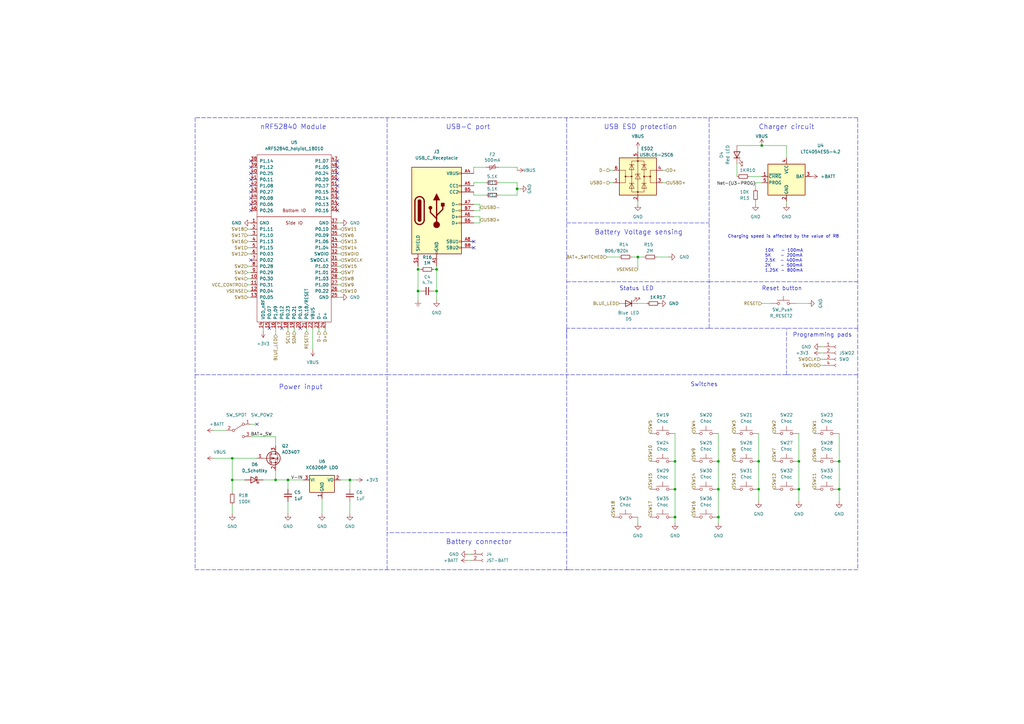
<source format=kicad_sch>
(kicad_sch (version 20230121) (generator eeschema)
  (paper "A3")
  (lib_symbols
    (symbol "Battery_Management:LTC4054ES5-4.2" (pin_names (offset 0.254))
      (property "Reference" "U" (at -5.842 6.604 0))
      (property "Value" "LTC4054ES5-4.2" (at 1.524 6.604 0))
      (symbol "LTC4054ES5-4.2_1_1"
        (pin open_collector line (at -10.16 0 0) (length 2.54) (name "~{CHRG}") (number "1"))
        (pin power_in line (at 0 -10.16 90) (length 2.54) (name "GND") (number "2"))
        (pin power_out line (at 10.16 0 180) (length 2.54) (name "BAT") (number "3"))
        (pin power_in line (at 0 7.62 270) (length 2.54) (name "VCC") (number "4"))
        (pin bidirectional line (at -10.16 -2.54 0) (length 2.54) (name "PROG") (number "5"))
      )
    )
    (symbol "Connector:Conn_01x02_Female" (pin_names (offset 1.016) hide)
      (property "Reference" "J" (at 0 2.54 0))
      (property "Value" "Conn_01x02_Female" (at 0 -5.08 0))
      (symbol "Conn_01x02_Female_1_1"
        (pin passive line (at -5.08 0 0) (length 3.81) (name "Pin_1") (number "1"))
        (pin passive line (at -5.08 -2.54 0) (length 3.81) (name "Pin_2") (number "2"))
      )
    )
    (symbol "Connector:Conn_01x04_Female" (pin_names (offset 1.016) hide)
      (property "Reference" "J" (at 0 5.08 0))
      (property "Value" "Conn_01x04_Female" (at 0 -7.62 0))
      (symbol "Conn_01x04_Female_1_1"
        (pin passive line (at -5.08 2.54 0) (length 3.81) (name "Pin_1") (number "1"))
        (pin passive line (at -5.08 0 0) (length 3.81) (name "Pin_2") (number "2"))
        (pin passive line (at -5.08 -2.54 0) (length 3.81) (name "Pin_3") (number "3"))
        (pin passive line (at -5.08 -5.08 0) (length 3.81) (name "Pin_4") (number "4"))
      )
    )
    (symbol "Connector:USB_C_Receptacle_USB2.0" (pin_names (offset 1.016))
      (property "Reference" "J" (at -10.16 19.05 0))
      (property "Value" "USB_C_Receptacle_USB2.0" (at 19.05 19.05 0))
      (symbol "USB_C_Receptacle_USB2.0_1_1"
        (pin passive line (at 0 -22.86 90) (length 5.08) (name "GND") (number "A1"))
        (pin passive line (at 0 -22.86 90) (length 5.08) hide (name "GND") (number "A12"))
        (pin passive line (at 15.24 15.24 180) (length 5.08) (name "VBUS") (number "A4"))
        (pin bidirectional line (at 15.24 10.16 180) (length 5.08) (name "CC1") (number "A5"))
        (pin bidirectional line (at 15.24 -2.54 180) (length 5.08) (name "D+") (number "A6"))
        (pin bidirectional line (at 15.24 2.54 180) (length 5.08) (name "D-") (number "A7"))
        (pin bidirectional line (at 15.24 -12.7 180) (length 5.08) (name "SBU1") (number "A8"))
        (pin passive line (at 15.24 15.24 180) (length 5.08) hide (name "VBUS") (number "A9"))
        (pin passive line (at 0 -22.86 90) (length 5.08) hide (name "GND") (number "B1"))
        (pin passive line (at 0 -22.86 90) (length 5.08) hide (name "GND") (number "B12"))
        (pin passive line (at 15.24 15.24 180) (length 5.08) hide (name "VBUS") (number "B4"))
        (pin bidirectional line (at 15.24 7.62 180) (length 5.08) (name "CC2") (number "B5"))
        (pin bidirectional line (at 15.24 -5.08 180) (length 5.08) (name "D+") (number "B6"))
        (pin bidirectional line (at 15.24 0 180) (length 5.08) (name "D-") (number "B7"))
        (pin bidirectional line (at 15.24 -15.24 180) (length 5.08) (name "SBU2") (number "B8"))
        (pin passive line (at 15.24 15.24 180) (length 5.08) hide (name "VBUS") (number "B9"))
        (pin passive line (at -7.62 -22.86 90) (length 5.08) (name "SHIELD") (number "S1"))
      )
    )
    (symbol "Device:C_Small" (pin_numbers hide) (pin_names (offset 0.254) hide)
      (property "Reference" "C" (at 0.254 1.778 0))
      (property "Value" "C_Small" (at 0.254 -2.032 0))
      (symbol "C_Small_1_1"
        (pin passive line (at 0 2.54 270) (length 2.032) (name "~") (number "1"))
        (pin passive line (at 0 -2.54 90) (length 2.032) (name "~") (number "2"))
      )
    )
    (symbol "Device:D_Schottky" (pin_numbers hide) (pin_names (offset 1.016) hide)
      (property "Reference" "D" (at 0 2.54 0))
      (property "Value" "D_Schottky" (at 0 -2.54 0))
      (symbol "D_Schottky_1_1"
        (pin passive line (at -3.81 0 0) (length 2.54) (name "K") (number "1"))
        (pin passive line (at 3.81 0 180) (length 2.54) (name "A") (number "2"))
      )
    )
    (symbol "Device:LED" (pin_numbers hide) (pin_names (offset 1.016) hide)
      (property "Reference" "D" (at 0 2.54 0))
      (property "Value" "LED" (at 0 -2.54 0))
      (symbol "LED_1_1"
        (pin passive line (at -3.81 0 0) (length 2.54) (name "K") (number "1"))
        (pin passive line (at 3.81 0 180) (length 2.54) (name "A") (number "2"))
      )
    )
    (symbol "Device:Polyfuse_Small" (pin_numbers hide) (pin_names (offset 0))
      (property "Reference" "F" (at -1.905 0 90))
      (property "Value" "Polyfuse_Small" (at 1.905 0 90))
      (symbol "Polyfuse_Small_1_1"
        (pin passive line (at 0 2.54 270) (length 0.635) (name "~") (number "1"))
        (pin passive line (at 0 -2.54 90) (length 0.635) (name "~") (number "2"))
      )
    )
    (symbol "Device:R_Small" (pin_numbers hide) (pin_names (offset 0.254) hide)
      (property "Reference" "R" (at 0.762 0.508 0))
      (property "Value" "R_Small" (at 0.762 -1.016 0))
      (symbol "R_Small_1_1"
        (pin passive line (at 0 2.54 270) (length 0.762) (name "~") (number "1"))
        (pin passive line (at 0 -2.54 90) (length 0.762) (name "~") (number "2"))
      )
    )
    (symbol "Power_Protection:USBLC6-2SC6" (pin_names hide)
      (property "Reference" "U" (at 2.54 8.89 0))
      (property "Value" "USBLC6-2SC6" (at 2.54 -8.89 0))
      (symbol "USBLC6-2SC6_1_1"
        (pin passive line (at -10.16 -2.54 0) (length 2.54) (name "I/O1") (number "1"))
        (pin passive line (at 0 -10.16 90) (length 2.54) (name "GND") (number "2"))
        (pin passive line (at 10.16 -2.54 180) (length 2.54) (name "I/O2") (number "3"))
        (pin passive line (at 10.16 2.54 180) (length 2.54) (name "I/O2") (number "4"))
        (pin passive line (at 0 10.16 270) (length 2.54) (name "VBUS") (number "5"))
        (pin passive line (at -10.16 2.54 0) (length 2.54) (name "I/O1") (number "6"))
      )
    )
    (symbol "Switch:SW_Push" (pin_numbers hide) (pin_names (offset 1.016) hide)
      (property "Reference" "SW" (at 1.27 2.54 0))
      (property "Value" "SW_Push" (at 0 -1.524 0))
      (symbol "SW_Push_0_1"
        (pin passive line (at -5.08 0 0) (length 2.54) (name "1") (number "1"))
        (pin passive line (at 5.08 0 180) (length 2.54) (name "2") (number "2"))
      )
    )
    (symbol "Switch:SW_SPDT" (pin_names (offset 0) hide)
      (property "Reference" "SW" (at 0 4.318 0))
      (property "Value" "SW_SPDT" (at 0 -5.08 0))
      (symbol "SW_SPDT_1_1"
        (pin passive line (at 5.08 2.54 180) (length 2.54) (name "A") (number "1"))
        (pin passive line (at -5.08 0 0) (length 2.54) (name "B") (number "2"))
        (pin passive line (at 5.08 -2.54 180) (length 2.54) (name "C") (number "3"))
      )
    )
    (symbol "Transistor_FET:AO3401A" (pin_names hide)
      (property "Reference" "Q" (at 5.08 1.905 0))
      (property "Value" "AO3401A" (at 5.08 0 0))
      (symbol "AO3401A_1_1"
        (pin input line (at -5.08 0 0) (length 2.54) (name "G") (number "1"))
        (pin passive line (at 2.54 -5.08 90) (length 2.54) (name "S") (number "2"))
        (pin passive line (at 2.54 5.08 270) (length 2.54) (name "D") (number "3"))
      )
    )
    (symbol "kicad-keyboard-parts:XC6206PxxxMR-Regulator_Linear" (pin_names (offset 0.254))
      (property "Reference" "U" (at -3.81 3.175 0))
      (property "Value" "XC6206PxxxMR-Regulator_Linear" (at 0 3.175 0))
      (property "LCSC" "C5446" (at 0 0 0))
      (symbol "XC6206PxxxMR-Regulator_Linear_1_1"
        (pin power_in line (at 0 -7.62 90) (length 2.54) (name "GND") (number "1"))
        (pin power_out line (at 7.62 0 180) (length 2.54) (name "VO") (number "2"))
        (pin power_in line (at -7.62 0 0) (length 2.54) (name "VI") (number "3"))
      )
    )
    (symbol "kicad-keyboard-parts:nRF52840_holyiot_18010" (pin_names (offset 1.016))
      (property "Reference" "U" (at -2.54 39.37 0))
      (property "Value" "nRF52840_holyiot_18010" (at 0 36.83 0))
      (symbol "nRF52840_holyiot_18010_0_0"
        (text "Bottom IO" (at 0 11.43 0) (effects (font (size 1.27 1.27))))
        (text "Side IO" (at 0 6.35 0) (effects (font (size 1.27 1.27))))
      )
      (symbol "nRF52840_holyiot_18010_1_1"
        (pin power_in line (at -17.78 6.35 0) (length 2.54) (name "GND") (number "1"))
        (pin bidirectional line (at -17.78 -16.51 0) (length 2.54) (name "P0.30") (number "10"))
        (pin bidirectional line (at -17.78 -19.05 0) (length 2.54) (name "P0.31") (number "11"))
        (pin bidirectional line (at -17.78 -21.59 0) (length 2.54) (name "P0.04") (number "12"))
        (pin bidirectional line (at -17.78 -24.13 0) (length 2.54) (name "P0.05") (number "13"))
        (pin power_in line (at -12.7 -36.83 90) (length 2.54) (name "VDD_nRF") (number "14"))
        (pin bidirectional line (at -10.16 -36.83 90) (length 2.54) (name "P0.07") (number "15"))
        (pin bidirectional line (at -7.62 -36.83 90) (length 2.54) (name "P1.09") (number "16"))
        (pin bidirectional line (at -5.08 -36.83 90) (length 2.54) (name "P0.12") (number "17"))
        (pin bidirectional line (at -2.54 -36.83 90) (length 2.54) (name "P0.23") (number "18"))
        (pin bidirectional line (at 0 -36.83 90) (length 2.54) (name "P0.21") (number "19"))
        (pin bidirectional line (at -17.78 3.81 0) (length 2.54) (name "P1.11") (number "2"))
        (pin bidirectional line (at 2.54 -36.83 90) (length 2.54) (name "P0.19") (number "20"))
        (pin input line (at 5.08 -36.83 90) (length 2.54) (name "P0.18/RESET") (number "21"))
        (pin power_in line (at 7.62 -36.83 90) (length 2.54) (name "VBUS") (number "22"))
        (pin bidirectional line (at 10.16 -36.83 90) (length 2.54) (name "D-") (number "23"))
        (pin bidirectional line (at 12.7 -36.83 90) (length 2.54) (name "D+") (number "24"))
        (pin power_in line (at 17.78 -24.13 180) (length 2.54) (name "GND") (number "25"))
        (pin bidirectional line (at 17.78 -21.59 180) (length 2.54) (name "P0.22") (number "26"))
        (pin bidirectional line (at 17.78 -19.05 180) (length 2.54) (name "P1.00") (number "27"))
        (pin bidirectional line (at 17.78 -16.51 180) (length 2.54) (name "P1.03") (number "28"))
        (pin bidirectional line (at 17.78 -13.97 180) (length 2.54) (name "P1.01") (number "29"))
        (pin bidirectional line (at -17.78 1.27 0) (length 2.54) (name "P1.10") (number "3"))
        (pin bidirectional line (at 17.78 -11.43 180) (length 2.54) (name "P1.02") (number "30"))
        (pin bidirectional line (at 17.78 -8.89 180) (length 2.54) (name "SWDCLK") (number "31"))
        (pin bidirectional line (at 17.78 -6.35 180) (length 2.54) (name "SWDIO") (number "32"))
        (pin bidirectional line (at 17.78 -3.81 180) (length 2.54) (name "P1.04") (number "33"))
        (pin bidirectional line (at 17.78 -1.27 180) (length 2.54) (name "P1.06") (number "34"))
        (pin bidirectional line (at 17.78 1.27 180) (length 2.54) (name "P0.09") (number "35"))
        (pin bidirectional line (at 17.78 3.81 180) (length 2.54) (name "P0.10") (number "36"))
        (pin power_in line (at 17.78 6.35 180) (length 2.54) (name "GND") (number "37"))
        (pin bidirectional line (at -17.78 31.75 0) (length 2.54) (name "P1.14") (number "38"))
        (pin bidirectional line (at -17.78 29.21 0) (length 2.54) (name "P1.12") (number "39"))
        (pin bidirectional line (at -17.78 -1.27 0) (length 2.54) (name "P1.13") (number "4"))
        (pin bidirectional line (at -17.78 26.67 0) (length 2.54) (name "P0.25") (number "40"))
        (pin bidirectional line (at -17.78 24.13 0) (length 2.54) (name "P0.11") (number "41"))
        (pin bidirectional line (at -17.78 21.59 0) (length 2.54) (name "P1.08") (number "42"))
        (pin bidirectional line (at -17.78 19.05 0) (length 2.54) (name "P0.27") (number "43"))
        (pin bidirectional line (at -17.78 16.51 0) (length 2.54) (name "P0.08") (number "44"))
        (pin bidirectional line (at -17.78 13.97 0) (length 2.54) (name "P0.06") (number "45"))
        (pin bidirectional line (at -17.78 11.43 0) (length 2.54) (name "P0.26") (number "46"))
        (pin bidirectional line (at 17.78 31.75 180) (length 2.54) (name "P1.07") (number "47"))
        (pin bidirectional line (at 17.78 29.21 180) (length 2.54) (name "P1.05") (number "48"))
        (pin bidirectional line (at 17.78 26.67 180) (length 2.54) (name "P0.24") (number "49"))
        (pin bidirectional line (at -17.78 -3.81 0) (length 2.54) (name "P1.15") (number "5"))
        (pin bidirectional line (at 17.78 24.13 180) (length 2.54) (name "P0.20") (number "50"))
        (pin bidirectional line (at 17.78 21.59 180) (length 2.54) (name "P0.17") (number "51"))
        (pin bidirectional line (at 17.78 19.05 180) (length 2.54) (name "P0.15") (number "52"))
        (pin bidirectional line (at 17.78 16.51 180) (length 2.54) (name "P0.14") (number "53"))
        (pin bidirectional line (at 17.78 13.97 180) (length 2.54) (name "P0.13") (number "54"))
        (pin bidirectional line (at 17.78 11.43 180) (length 2.54) (name "P0.16") (number "55"))
        (pin bidirectional line (at -17.78 -6.35 0) (length 2.54) (name "P0.03") (number "6"))
        (pin bidirectional line (at -17.78 -8.89 0) (length 2.54) (name "P0.02") (number "7"))
        (pin bidirectional line (at -17.78 -11.43 0) (length 2.54) (name "P0.28") (number "8"))
        (pin bidirectional line (at -17.78 -13.97 0) (length 2.54) (name "P0.29") (number "9"))
      )
    )
    (symbol "power:+3.3V" (power) (pin_names (offset 0))
      (property "Value" "+3.3V" (at 0 3.556 0))
      (symbol "+3.3V_1_1"
        (pin power_in line (at 0 0 90) (length 0) hide (name "+3V3") (number "1"))
      )
    )
    (symbol "power:+BATT" (power) (pin_names (offset 0))
      (property "Value" "+BATT" (at 0 3.556 0))
      (symbol "+BATT_1_1"
        (pin power_in line (at 0 0 90) (length 0) hide (name "+BATT") (number "1"))
      )
    )
    (symbol "power:Earth" (power) (pin_names (offset 0))
      (symbol "Earth_1_1"
        (pin power_in line (at 0 0 270) (length 0) hide (name "Earth") (number "1"))
      )
    )
    (symbol "power:GND" (power) (pin_names (offset 0))
      (property "Value" "GND" (at 0 -3.81 0))
      (symbol "GND_1_1"
        (pin power_in line (at 0 0 270) (length 0) hide (name "GND") (number "1"))
      )
    )
    (symbol "power:VBUS" (power) (pin_names (offset 0))
      (property "Value" "VBUS" (at 0 3.81 0))
      (symbol "VBUS_1_1"
        (pin power_in line (at 0 0 90) (length 0) hide (name "VBUS") (number "1"))
      )
    )
  )
  (junction (at 294.64 189.23))
  (junction (at 113.03 196.85))
  (junction (at 344.17 189.23))
  (junction (at 171.45 110.49))
  (junction (at 276.86 189.23))
  (junction (at 276.86 200.66))
  (junction (at 311.15 200.66))
  (junction (at 276.86 212.09))
  (junction (at 118.11 196.85))
  (junction (at 261.62 105.41))
  (junction (at 143.51 196.85))
  (junction (at 179.07 119.38))
  (junction (at 344.17 200.66))
  (junction (at 179.07 110.49))
  (junction (at 311.15 189.23))
  (junction (at 95.25 196.85))
  (junction (at 212.09 77.47))
  (junction (at 294.64 212.09))
  (junction (at 312.42 59.69))
  (junction (at 327.66 200.66))
  (junction (at 95.25 187.96))
  (junction (at 294.64 200.66))
  (junction (at 327.66 189.23))
  (junction (at 171.45 119.38))
  (no_connect (at 102.87 71.12))
  (no_connect (at 102.87 106.68))
  (no_connect (at 102.87 73.66))
  (no_connect (at 102.87 83.82))
  (no_connect (at 194.31 99.06))
  (no_connect (at 105.41 173.99))
  (no_connect (at 102.87 81.28))
  (no_connect (at 102.87 68.58))
  (no_connect (at 138.43 73.66))
  (no_connect (at 138.43 66.04))
  (no_connect (at 138.43 71.12))
  (no_connect (at 194.31 101.6))
  (no_connect (at 138.43 83.82))
  (no_connect (at 110.49 134.62))
  (no_connect (at 138.43 68.58))
  (no_connect (at 138.43 86.36))
  (no_connect (at 138.43 81.28))
  (no_connect (at 123.19 134.62))
  (no_connect (at 102.87 86.36))
  (no_connect (at 102.87 66.04))
  (no_connect (at 138.43 78.74))
  (no_connect (at 138.43 76.2))
  (no_connect (at 102.87 78.74))
  (no_connect (at 102.87 76.2))
  (no_connect (at 115.57 134.62))
  (polyline (pts (xy 80.01 48.26) (xy 80.01 153.67)) (stroke (width 0) (type dash)))
  (wire (pts (xy 309.88 74.93) (xy 309.88 77.47)))
  (wire (pts (xy 101.6 121.92) (xy 102.87 121.92)))
  (wire (pts (xy 269.24 105.41) (xy 274.32 105.41)))
  (wire (pts (xy 101.6 101.6) (xy 102.87 101.6)))
  (wire (pts (xy 311.15 200.66) (xy 311.15 205.74)))
  (wire (pts (xy 139.7 106.68) (xy 138.43 106.68)))
  (polyline (pts (xy 351.79 153.67) (xy 322.58 153.67)) (stroke (width 0) (type dash)))
  (wire (pts (xy 273.05 74.93) (xy 271.78 74.93)))
  (wire (pts (xy 139.7 96.52) (xy 138.43 96.52)))
  (polyline (pts (xy 158.75 233.68) (xy 158.75 153.67)) (stroke (width 0) (type dash)))
  (wire (pts (xy 118.11 196.85) (xy 124.46 196.85)))
  (wire (pts (xy 95.25 210.82) (xy 95.25 207.01)))
  (wire (pts (xy 101.6 116.84) (xy 102.87 116.84)))
  (polyline (pts (xy 158.75 153.67) (xy 232.41 153.67)) (stroke (width 0) (type dash)))
  (wire (pts (xy 194.31 83.82) (xy 196.85 83.82)))
  (wire (pts (xy 179.07 119.38) (xy 179.07 110.49)))
  (polyline (pts (xy 322.58 153.67) (xy 322.58 134.62)) (stroke (width 0) (type dash)))
  (wire (pts (xy 95.25 196.85) (xy 100.33 196.85)))
  (wire (pts (xy 196.85 88.9) (xy 196.85 91.44)))
  (wire (pts (xy 139.7 93.98) (xy 138.43 93.98)))
  (wire (pts (xy 199.39 74.93) (xy 194.31 74.93)))
  (wire (pts (xy 294.64 177.8) (xy 294.64 189.23)))
  (wire (pts (xy 311.15 189.23) (xy 311.15 200.66)))
  (wire (pts (xy 261.62 83.82) (xy 261.62 82.55)))
  (wire (pts (xy 294.64 200.66) (xy 294.64 212.09)))
  (wire (pts (xy 322.58 83.82) (xy 322.58 82.55)))
  (wire (pts (xy 191.77 229.87) (xy 193.04 229.87)))
  (wire (pts (xy 171.45 110.49) (xy 172.72 110.49)))
  (wire (pts (xy 171.45 110.49) (xy 171.45 109.22)))
  (wire (pts (xy 139.7 111.76) (xy 138.43 111.76)))
  (wire (pts (xy 196.85 83.82) (xy 196.85 86.36)))
  (polyline (pts (xy 351.79 134.62) (xy 351.79 48.26)) (stroke (width 0) (type dash)))
  (wire (pts (xy 179.07 110.49) (xy 179.07 109.22)))
  (wire (pts (xy 194.31 74.93) (xy 194.31 76.2)))
  (wire (pts (xy 101.6 104.14) (xy 102.87 104.14)))
  (wire (pts (xy 194.31 86.36) (xy 196.85 86.36)))
  (wire (pts (xy 101.6 114.3) (xy 102.87 114.3)))
  (wire (pts (xy 113.03 134.62) (xy 113.03 137.16)))
  (wire (pts (xy 327.66 200.66) (xy 327.66 205.74)))
  (wire (pts (xy 261.62 214.63) (xy 261.62 212.09)))
  (polyline (pts (xy 322.58 153.67) (xy 232.41 153.67)) (stroke (width 0) (type dash)))
  (wire (pts (xy 194.31 91.44) (xy 196.85 91.44)))
  (wire (pts (xy 101.6 96.52) (xy 102.87 96.52)))
  (wire (pts (xy 128.27 134.62) (xy 128.27 143.51)))
  (wire (pts (xy 139.7 119.38) (xy 138.43 119.38)))
  (polyline (pts (xy 232.41 115.57) (xy 290.83 115.57)) (stroke (width 0) (type dash)))
  (wire (pts (xy 139.7 104.14) (xy 138.43 104.14)))
  (wire (pts (xy 101.6 111.76) (xy 102.87 111.76)))
  (wire (pts (xy 113.03 182.88) (xy 113.03 179.07)))
  (polyline (pts (xy 232.41 233.68) (xy 232.41 233.68)) (stroke (width 0) (type dash)))
  (wire (pts (xy 143.51 196.85) (xy 143.51 200.66)))
  (polyline (pts (xy 351.79 48.26) (xy 80.01 48.26)) (stroke (width 0) (type dash)))
  (wire (pts (xy 261.62 124.46) (xy 265.43 124.46)))
  (wire (pts (xy 326.39 124.46) (xy 331.47 124.46)))
  (wire (pts (xy 139.7 116.84) (xy 138.43 116.84)))
  (wire (pts (xy 261.62 105.41) (xy 264.16 105.41)))
  (polyline (pts (xy 290.83 115.57) (xy 351.79 115.57)) (stroke (width 0) (type dash)))
  (wire (pts (xy 336.55 144.78) (xy 337.82 144.78)))
  (wire (pts (xy 212.09 80.01) (xy 204.47 80.01)))
  (wire (pts (xy 212.09 74.93) (xy 204.47 74.93)))
  (wire (pts (xy 307.34 72.39) (xy 312.42 72.39)))
  (wire (pts (xy 327.66 177.8) (xy 327.66 189.23)))
  (wire (pts (xy 336.55 147.32) (xy 337.82 147.32)))
  (wire (pts (xy 95.25 187.96) (xy 105.41 187.96)))
  (polyline (pts (xy 351.79 153.67) (xy 351.79 233.68)) (stroke (width 0) (type dash)))
  (wire (pts (xy 250.19 74.93) (xy 251.46 74.93)))
  (wire (pts (xy 177.8 119.38) (xy 179.07 119.38)))
  (wire (pts (xy 107.95 196.85) (xy 113.03 196.85)))
  (wire (pts (xy 312.42 59.69) (xy 322.58 59.69)))
  (polyline (pts (xy 80.01 153.67) (xy 80.01 233.68)) (stroke (width 0) (type dash)))
  (wire (pts (xy 171.45 119.38) (xy 172.72 119.38)))
  (wire (pts (xy 92.71 176.53) (xy 87.63 176.53)))
  (polyline (pts (xy 351.79 134.62) (xy 351.79 153.67)) (stroke (width 0) (type dash)))
  (wire (pts (xy 133.35 135.89) (xy 133.35 134.62)))
  (wire (pts (xy 276.86 200.66) (xy 276.86 212.09)))
  (polyline (pts (xy 232.41 218.44) (xy 158.75 218.44)) (stroke (width 0) (type dash)))
  (polyline (pts (xy 232.41 91.44) (xy 290.83 91.44)) (stroke (width 0) (type dash)))
  (polyline (pts (xy 351.79 233.68) (xy 158.75 233.68)) (stroke (width 0) (type dash)))
  (wire (pts (xy 101.6 99.06) (xy 102.87 99.06)))
  (wire (pts (xy 276.86 212.09) (xy 276.86 214.63)))
  (wire (pts (xy 139.7 91.44) (xy 138.43 91.44)))
  (wire (pts (xy 194.31 80.01) (xy 194.31 78.74)))
  (wire (pts (xy 194.31 88.9) (xy 196.85 88.9)))
  (polyline (pts (xy 80.01 233.68) (xy 158.75 233.68)) (stroke (width 0) (type dash)))
  (wire (pts (xy 139.7 99.06) (xy 138.43 99.06)))
  (polyline (pts (xy 232.41 153.67) (xy 232.41 218.44)) (stroke (width 0) (type dash)))
  (wire (pts (xy 177.8 110.49) (xy 179.07 110.49)))
  (wire (pts (xy 102.87 179.07) (xy 113.03 179.07)))
  (wire (pts (xy 250.19 69.85) (xy 251.46 69.85)))
  (wire (pts (xy 312.42 124.46) (xy 316.23 124.46)))
  (wire (pts (xy 312.42 74.93) (xy 309.88 74.93)))
  (wire (pts (xy 120.65 135.89) (xy 120.65 134.62)))
  (wire (pts (xy 344.17 177.8) (xy 344.17 189.23)))
  (wire (pts (xy 336.55 142.24) (xy 337.82 142.24)))
  (wire (pts (xy 302.26 67.31) (xy 302.26 72.39)))
  (wire (pts (xy 118.11 196.85) (xy 118.11 200.66)))
  (wire (pts (xy 322.58 59.69) (xy 322.58 64.77)))
  (wire (pts (xy 107.95 135.89) (xy 107.95 134.62)))
  (wire (pts (xy 212.09 77.47) (xy 212.09 80.01)))
  (wire (pts (xy 294.64 189.23) (xy 294.64 200.66)))
  (wire (pts (xy 179.07 123.19) (xy 179.07 119.38)))
  (wire (pts (xy 259.08 105.41) (xy 261.62 105.41)))
  (wire (pts (xy 212.09 68.58) (xy 212.09 69.85)))
  (wire (pts (xy 95.25 187.96) (xy 95.25 196.85)))
  (wire (pts (xy 327.66 189.23) (xy 327.66 200.66)))
  (wire (pts (xy 139.7 109.22) (xy 138.43 109.22)))
  (wire (pts (xy 143.51 205.74) (xy 143.51 210.82)))
  (polyline (pts (xy 232.41 233.68) (xy 233.68 233.68)) (stroke (width 0) (type dash)))
  (wire (pts (xy 132.08 204.47) (xy 132.08 210.82)))
  (wire (pts (xy 294.64 212.09) (xy 294.64 214.63)))
  (wire (pts (xy 95.25 196.85) (xy 95.25 201.93)))
  (polyline (pts (xy 232.41 218.44) (xy 232.41 233.68)) (stroke (width 0) (type dash)))
  (wire (pts (xy 191.77 227.33) (xy 193.04 227.33)))
  (wire (pts (xy 130.81 135.89) (xy 130.81 134.62)))
  (wire (pts (xy 139.7 196.85) (xy 143.51 196.85)))
  (wire (pts (xy 139.7 121.92) (xy 138.43 121.92)))
  (wire (pts (xy 194.31 71.12) (xy 194.31 68.58)))
  (wire (pts (xy 273.05 69.85) (xy 271.78 69.85)))
  (wire (pts (xy 248.92 105.41) (xy 254 105.41)))
  (wire (pts (xy 113.03 193.04) (xy 113.03 196.85)))
  (wire (pts (xy 261.62 105.41) (xy 261.62 110.49)))
  (wire (pts (xy 212.09 68.58) (xy 204.47 68.58)))
  (polyline (pts (xy 290.83 48.26) (xy 290.83 134.62)) (stroke (width 0) (type dash)))
  (wire (pts (xy 113.03 196.85) (xy 118.11 196.85)))
  (polyline (pts (xy 232.41 48.26) (xy 232.41 153.67)) (stroke (width 0) (type dash)))
  (wire (pts (xy 118.11 135.89) (xy 118.11 134.62)))
  (wire (pts (xy 336.55 149.86) (xy 337.82 149.86)))
  (wire (pts (xy 102.87 173.99) (xy 105.41 173.99)))
  (wire (pts (xy 139.7 114.3) (xy 138.43 114.3)))
  (wire (pts (xy 194.31 80.01) (xy 199.39 80.01)))
  (wire (pts (xy 143.51 196.85) (xy 146.05 196.85)))
  (wire (pts (xy 212.09 77.47) (xy 213.36 77.47)))
  (wire (pts (xy 311.15 177.8) (xy 311.15 189.23)))
  (wire (pts (xy 118.11 205.74) (xy 118.11 210.82)))
  (wire (pts (xy 139.7 101.6) (xy 138.43 101.6)))
  (polyline (pts (xy 80.01 153.67) (xy 158.75 153.67)) (stroke (width 0) (type dash)))
  (wire (pts (xy 101.6 93.98) (xy 102.87 93.98)))
  (wire (pts (xy 261.62 60.96) (xy 261.62 62.23)))
  (polyline (pts (xy 290.83 134.62) (xy 232.41 134.62)) (stroke (width 0) (type dash)))
  (polyline (pts (xy 290.83 134.62) (xy 351.79 134.62)) (stroke (width 0) (type dash)))
  (wire (pts (xy 171.45 110.49) (xy 171.45 119.38)))
  (wire (pts (xy 344.17 200.66) (xy 344.17 205.74)))
  (wire (pts (xy 276.86 189.23) (xy 276.86 200.66)))
  (wire (pts (xy 276.86 177.8) (xy 276.86 189.23)))
  (wire (pts (xy 87.63 187.96) (xy 95.25 187.96)))
  (wire (pts (xy 302.26 59.69) (xy 312.42 59.69)))
  (wire (pts (xy 194.31 68.58) (xy 199.39 68.58)))
  (wire (pts (xy 101.6 119.38) (xy 102.87 119.38)))
  (polyline (pts (xy 158.75 48.26) (xy 158.75 153.67)) (stroke (width 0) (type dash)))
  (wire (pts (xy 125.73 135.89) (xy 125.73 134.62)))
  (wire (pts (xy 212.09 74.93) (xy 212.09 77.47)))
  (wire (pts (xy 101.6 109.22) (xy 102.87 109.22)))
  (polyline (pts (xy 232.41 134.62) (xy 232.41 138.43)) (stroke (width 0) (type dash)))
  (wire (pts (xy 344.17 189.23) (xy 344.17 200.66)))
  (wire (pts (xy 171.45 123.19) (xy 171.45 119.38)))
  (wire (pts (xy 309.88 82.55) (xy 309.88 83.82)))
  (text "Charging speed is affected by the value of R8" (at 298.45 97.79 0) (effects (font (size 1.27 1.27)) (justify left bottom)))
  (text "Programming pads" (at 325.12 138.43 0) (effects (font (size 1.7 1.7)) (justify left bottom)))
  (text "Battery Voltage sensing" (at 243.84 96.52 0) (effects (font (size 2 2)) (justify left bottom)))
  (text "Status LED" (at 254 119.38 0) (effects (font (size 1.7 1.7)) (justify left bottom)))
  (text "10K   - 100mA\n5K    - 200mA\n2.5K  - 400mA\n2K    - 500mA\n1.25K - 800mA" (at 313.69 111.76 0) (effects (font (size 1.27 1.27)) (justify left bottom)))
  (text "Power input" (at 114.3 160.02 0) (effects (font (size 2 2)) (justify left bottom)))
  (text "Switches" (at 283.21 158.75 0) (effects (font (size 1.7 1.7)) (justify left bottom)))
  (text "USB-C port" (at 182.88 53.34 0) (effects (font (size 2 2)) (justify left bottom)))
  (text "Reset button" (at 312.42 119.38 0) (effects (font (size 1.7 1.7)) (justify left bottom)))
  (text "USB ESD protection" (at 247.65 53.34 0) (effects (font (size 2 2)) (justify left bottom)))
  (text "Charger circuit" (at 311.15 53.34 0) (effects (font (size 2 2)) (justify left bottom)))
  (text "nRF52840 Module" (at 106.68 53.34 0) (effects (font (size 2 2)) (justify left bottom)))
  (text "Battery connector" (at 182.88 223.52 0) (effects (font (size 2 2)) (justify left bottom)))
  (label "BAT+_SW" (at 102.87 179.07 0))
  (label "V-IN" (at 119.38 196.85 0))
  (label "Net-(U3-PROG)" (at 309.88 76.2 180))
  (hierarchical_label "SWDIO" (shape input) (at 336.55 149.86 180))
  (hierarchical_label "VSENSE" (shape input) (at 261.62 110.49 180))
  (hierarchical_label "USBD+" (shape input) (at 196.85 90.17 0))
  (hierarchical_label "USBD-" (shape input) (at 196.85 85.09 0))
  (hierarchical_label "SW3" (shape input) (at 101.6 111.76 180))
  (hierarchical_label "BLUE_LED" (shape input) (at 254 124.46 180))
  (hierarchical_label "SW7" (shape input) (at 139.7 111.76 0))
  (hierarchical_label "SW18" (shape input) (at 101.6 93.98 180))
  (hierarchical_label "SW5" (shape input) (at 101.6 121.92 180))
  (hierarchical_label "SW5" (shape input) (at 266.7 177.8 90))
  (hierarchical_label "D+" (shape input) (at 273.05 69.85 0))
  (hierarchical_label "SW10" (shape input) (at 139.7 119.38 0))
  (hierarchical_label "SW9" (shape input) (at 284.48 189.23 90))
  (hierarchical_label "SW14" (shape input) (at 284.48 200.66 90))
  (hierarchical_label "SW16" (shape input) (at 101.6 99.06 180))
  (hierarchical_label "SW6" (shape input) (at 139.7 96.52 0))
  (hierarchical_label "RESET" (shape input) (at 312.42 124.46 180))
  (hierarchical_label "SWDCLK" (shape input) (at 336.55 147.32 180))
  (hierarchical_label "SW17" (shape input) (at 101.6 96.52 180))
  (hierarchical_label "SW15" (shape input) (at 266.7 200.66 90))
  (hierarchical_label "SW3" (shape input) (at 300.99 177.8 90))
  (hierarchical_label "SW8" (shape input) (at 139.7 114.3 0))
  (hierarchical_label "D-" (shape input) (at 130.81 135.89 270))
  (hierarchical_label "SW14" (shape input) (at 139.7 101.6 0))
  (hierarchical_label "SW7" (shape input) (at 317.5 189.23 90))
  (hierarchical_label "SW11" (shape input) (at 139.7 93.98 0))
  (hierarchical_label "VSENSE" (shape input) (at 101.6 119.38 180))
  (hierarchical_label "SW2" (shape input) (at 101.6 109.22 180))
  (hierarchical_label "SW13" (shape input) (at 300.99 200.66 90))
  (hierarchical_label "SW16" (shape input) (at 284.48 212.09 90))
  (hierarchical_label "SW15" (shape input) (at 139.7 109.22 0))
  (hierarchical_label "SW11" (shape input) (at 334.01 200.66 90))
  (hierarchical_label "SW17" (shape input) (at 266.7 212.09 90))
  (hierarchical_label "SW12" (shape input) (at 101.6 104.14 180))
  (hierarchical_label "SW12" (shape input) (at 317.5 200.66 90))
  (hierarchical_label "SDA" (shape input) (at 120.65 135.89 270))
  (hierarchical_label "SW1" (shape input) (at 101.6 101.6 180))
  (hierarchical_label "VCC_CONTROL" (shape input) (at 101.6 116.84 180))
  (hierarchical_label "SCL" (shape input) (at 118.11 135.89 270))
  (hierarchical_label "RESET" (shape input) (at 125.73 135.89 270))
  (hierarchical_label "SW4" (shape input) (at 284.48 177.8 90))
  (hierarchical_label "SW9" (shape input) (at 139.7 116.84 0))
  (hierarchical_label "SW4" (shape input) (at 101.6 114.3 180))
  (hierarchical_label "SW8" (shape input) (at 300.99 189.23 90))
  (hierarchical_label "SWDCLK" (shape input) (at 139.7 106.68 0))
  (hierarchical_label "SW1" (shape input) (at 334.01 177.8 90))
  (hierarchical_label "SW2" (shape input) (at 317.5 177.8 90))
  (hierarchical_label "D+" (shape input) (at 133.35 135.89 270))
  (hierarchical_label "SW13" (shape input) (at 139.7 99.06 0))
  (hierarchical_label "SW18" (shape input) (at 251.46 212.09 90))
  (hierarchical_label "BLUE_LED" (shape input) (at 113.03 137.16 270))
  (hierarchical_label "BAT+_SWITCHED" (shape input) (at 248.92 105.41 180))
  (hierarchical_label "D-" (shape input) (at 250.19 69.85 180))
  (hierarchical_label "SW6" (shape input) (at 334.01 189.23 90))
  (hierarchical_label "SW10" (shape input) (at 266.7 189.23 90))
  (hierarchical_label "USBD+" (shape input) (at 273.05 74.93 0))
  (hierarchical_label "USBD-" (shape input) (at 250.19 74.93 180))
  (hierarchical_label "SWDIO" (shape input) (at 139.7 104.14 0))
  (symbol (lib_id "Connector:Conn_01x02_Female") (at 198.12 227.33 0) (unit 1)
    (property "Reference" "J4" (at 199.39 227.3299 0) (effects (justify left)))
    (property "Value" "JST-BATT" (at 199.39 229.8699 0) (effects (justify left)))
    (property "Footprint" "carpo:Battery_connector" (effects hide))
  )
  (symbol (lib_id "power:GND") (at 344.17 205.74 0) (unit 1)
    (property "Reference" "#PWR061" (effects hide))
    (property "Value" "GND" (at 344.17 210.82 0))
  )
  (symbol (lib_id "Device:R_Small") (at 309.88 80.01 180) (unit 1)
    (property "Reference" "R13" (at 307.34 81.28 0) (effects (justify left)))
    (property "Value" "10K" (at 307.34 78.7401 0) (effects (justify left)))
    (property "Footprint" "Resistor_SMD:R_0603_1608Metric" (effects hide))
  )
  (symbol (lib_id "Device:C_Small") (at 175.26 119.38 270) (unit 1)
    (property "Reference" "C4" (at 175.26 113.5634 90))
    (property "Value" "4.7n" (at 175.26 115.8748 90))
    (property "Footprint" "Capacitor_SMD:C_0805_2012Metric" (effects hide))
  )
  (symbol (lib_id "Battery_Management:LTC4054ES5-4.2") (at 322.58 72.39 0) (unit 1)
    (property "Reference" "U4" (at 336.55 59.69 0))
    (property "Value" "LTC4054ES5-4.2" (at 336.55 62.23 0))
    (property "Footprint" "Package_TO_SOT_SMD:TSOT-23-5" (effects hide))
    (property "Datasheet" "https://www.analog.com/media/en/technical-documentation/data-sheets/405442xf.pdf" (effects hide))
  )
  (symbol (lib_id "kicad-keyboard-parts:XC6206PxxxMR-Regulator_Linear") (at 132.08 196.85 0) (unit 1)
    (property "Reference" "U6" (at 132.08 189.23 0))
    (property "Value" "XC6206P LDO" (at 132.08 191.77 0))
    (property "Footprint" "Package_TO_SOT_SMD:SOT-23" (effects hide))
    (property "Datasheet" "https://www.torexsemi.com/file/xc6206/XC6206.pdf" (effects hide))
    (property "LCSC" "C5446" (effects hide))
  )
  (symbol (lib_id "Device:R_Small") (at 201.93 80.01 90) (mirror x) (unit 1)
    (property "Reference" "R12" (at 201.93 80.01 90))
    (property "Value" "5.1K" (at 201.93 77.47 90))
    (property "Footprint" "Resistor_SMD:R_0603_1608Metric" (effects hide))
  )
  (symbol (lib_id "Switch:SW_Push") (at 289.56 189.23 0) (unit 1)
    (property "Reference" "SW25" (at 289.56 181.61 0))
    (property "Value" "Choc" (at 289.56 184.15 0))
    (property "Footprint" "carpo:SW_Hotswap_Kailh_Choc_V1" (effects hide))
  )
  (symbol (lib_id "power:GND") (at 331.47 124.46 90) (unit 1)
    (property "Reference" "#PWR051" (effects hide))
    (property "Value" "GND" (at 336.55 124.46 0))
  )
  (symbol (lib_id "Transistor_FET:AO3401A") (at 110.49 187.96 0) (unit 1)
    (property "Reference" "Q2" (at 115.57 182.88 0) (effects (justify left)))
    (property "Value" "AO3407" (at 115.57 185.42 0) (effects (justify left)))
    (property "Footprint" "Package_TO_SOT_SMD:SOT-23" (effects hide))
    (property "Datasheet" "http://www.aosmd.com/pdfs/datasheet/AO3401A.pdf" (effects hide))
  )
  (symbol (lib_id "Switch:SW_SPDT") (at 97.79 176.53 0) (unit 1)
    (property "Reference" "SW_POW2" (at 102.87 170.18 0) (effects (justify left)))
    (property "Value" "SW_SPDT" (at 92.71 170.18 0) (effects (justify left)))
    (property "Footprint" "Button_Switch_SMD:SW_SPDT_PCM12" (effects hide))
  )
  (symbol (lib_id "power:GND") (at 102.87 91.44 270) (unit 1)
    (property "Reference" "#PWR044" (effects hide))
    (property "Value" "GND" (at 99.06 91.4399 90) (effects (justify right)))
  )
  (symbol (lib_id "Switch:SW_Push") (at 271.78 212.09 0) (unit 1)
    (property "Reference" "SW35" (at 271.78 204.47 0))
    (property "Value" "Choc" (at 271.78 207.01 0))
    (property "Footprint" "carpo:SW_Hotswap_Kailh_Choc_V1" (effects hide))
  )
  (symbol (lib_id "power:+BATT") (at 332.74 72.39 270) (unit 1)
    (property "Reference" "#PWR039" (effects hide))
    (property "Value" "+BATT" (at 336.55 72.3899 90) (effects (justify left)))
  )
  (symbol (lib_id "power:VBUS") (at 312.42 59.69 0) (unit 1)
    (property "Reference" "#PWR036" (effects hide))
    (property "Value" "VBUS" (at 312.42 55.88 0))
  )
  (symbol (lib_id "power:GND") (at 294.64 214.63 0) (unit 1)
    (property "Reference" "#PWR068" (effects hide))
    (property "Value" "GND" (at 294.64 219.71 0))
  )
  (symbol (lib_id "Device:LED") (at 257.81 124.46 180) (unit 1)
    (property "Reference" "D5" (at 257.81 130.81 0))
    (property "Value" "Blue LED" (at 257.81 128.27 0))
    (property "Footprint" "LED_SMD:LED_0603_1608Metric" (effects hide))
  )
  (symbol (lib_id "Device:Polyfuse_Small") (at 201.93 68.58 270) (unit 1)
    (property "Reference" "F2" (at 201.93 63.373 90))
    (property "Value" "500mA" (at 201.93 65.6844 90))
    (property "Footprint" "Fuse:Fuse_1206_3216Metric" (effects hide))
    (property "LCSC" "C355568" (effects hide))
  )
  (symbol (lib_id "Switch:SW_Push") (at 289.56 212.09 0) (unit 1)
    (property "Reference" "SW36" (at 289.56 204.47 0))
    (property "Value" "Choc" (at 289.56 207.01 0))
    (property "Footprint" "carpo:SW_Hotswap_Kailh_Choc_V1_1.50u" (effects hide))
  )
  (symbol (lib_id "Device:D_Schottky") (at 104.14 196.85 180) (unit 1)
    (property "Reference" "D6" (at 104.4575 190.5 0))
    (property "Value" "D_Schottky" (at 104.4575 193.04 0))
    (property "Footprint" "Diode_SMD:D_SOD-323_HandSoldering" (effects hide))
  )
  (symbol (lib_id "power:GND") (at 276.86 214.63 0) (unit 1)
    (property "Reference" "#PWR067" (effects hide))
    (property "Value" "GND" (at 276.86 219.71 0))
  )
  (symbol (lib_id "power:GND") (at 179.07 123.19 0) (unit 1)
    (property "Reference" "#PWR049" (effects hide))
    (property "Value" "GND" (at 179.07 128.27 0))
  )
  (symbol (lib_id "Device:C_Small") (at 118.11 203.2 0) (unit 1)
    (property "Reference" "C5" (at 120.65 201.9362 0) (effects (justify left)))
    (property "Value" "1uF" (at 120.65 204.4762 0) (effects (justify left)))
    (property "Footprint" "Capacitor_SMD:C_0603_1608Metric" (effects hide))
  )
  (symbol (lib_id "power:GND") (at 336.55 142.24 270) (unit 1)
    (property "Reference" "#PWR053" (effects hide))
    (property "Value" "GND" (at 332.74 142.2399 90) (effects (justify right)))
  )
  (symbol (lib_id "power:GND") (at 274.32 105.41 90) (unit 1)
    (property "Reference" "#PWR046" (effects hide))
    (property "Value" "GND" (at 280.67 105.41 90))
  )
  (symbol (lib_id "power:+3.3V") (at 336.55 144.78 90) (unit 1)
    (property "Reference" "#PWR055" (effects hide))
    (property "Value" "+3.3V" (at 326.39 144.78 90) (effects (justify right)))
  )
  (symbol (lib_id "power:GND") (at 143.51 210.82 0) (unit 1)
    (property "Reference" "#PWR065" (effects hide))
    (property "Value" "GND" (at 143.51 215.9 0))
  )
  (symbol (lib_id "power:GND") (at 213.36 77.47 90) (unit 1)
    (property "Reference" "#PWR040" (effects hide))
    (property "Value" "GND" (at 217.17 77.47 0))
  )
  (symbol (lib_id "Switch:SW_Push") (at 271.78 200.66 0) (unit 1)
    (property "Reference" "SW29" (at 271.78 193.04 0))
    (property "Value" "Choc" (at 271.78 195.58 0))
    (property "Footprint" "carpo:SW_Hotswap_Kailh_Choc_V1" (effects hide))
  )
  (symbol (lib_id "Power_Protection:USBLC6-2SC6") (at 261.62 72.39 0) (unit 1)
    (property "Reference" "ESD2" (at 265.43 60.96 0))
    (property "Value" "USBLC6-2SC6" (at 269.24 63.5 0))
    (property "Footprint" "Package_TO_SOT_SMD:SOT-23-6" (effects hide))
    (property "Datasheet" "https://www.st.com/resource/en/datasheet/usblc6-2.pdf" (effects hide))
    (property "LCSC" "C558442" (effects hide))
  )
  (symbol (lib_id "Device:R_Small") (at 201.93 74.93 90) (unit 1)
    (property "Reference" "R11" (at 201.93 74.93 90))
    (property "Value" "5.1K" (at 201.93 72.39 90))
    (property "Footprint" "Resistor_SMD:R_0603_1608Metric" (effects hide))
  )
  (symbol (lib_id "Switch:SW_Push") (at 322.58 189.23 0) (unit 1)
    (property "Reference" "SW27" (at 322.58 181.61 0))
    (property "Value" "Choc" (at 322.58 184.15 0))
    (property "Footprint" "carpo:SW_Hotswap_Kailh_Choc_V1" (effects hide))
  )
  (symbol (lib_id "power:GND") (at 95.25 210.82 0) (unit 1)
    (property "Reference" "#PWR062" (effects hide))
    (property "Value" "GND" (at 95.25 215.9 0))
  )
  (symbol (lib_id "power:GND") (at 132.08 210.82 0) (unit 1)
    (property "Reference" "#PWR064" (effects hide))
    (property "Value" "GND" (at 132.08 215.9 0))
  )
  (symbol (lib_id "power:+BATT") (at 87.63 176.53 90) (unit 1)
    (property "Reference" "#PWR056" (effects hide))
    (property "Value" "+BATT" (at 88.9 173.99 90))
  )
  (symbol (lib_id "power:VBUS") (at 261.62 60.96 0) (unit 1)
    (property "Reference" "#PWR037" (effects hide))
    (property "Value" "VBUS" (at 261.62 55.88 0))
  )
  (symbol (lib_id "power:GND") (at 139.7 121.92 90) (unit 1)
    (property "Reference" "#PWR047" (effects hide))
    (property "Value" "GND" (at 143.51 121.9199 90) (effects (justify right)))
  )
  (symbol (lib_id "Device:LED") (at 302.26 63.5 90) (unit 1)
    (property "Reference" "D4" (at 295.91 63.5 0))
    (property "Value" "Red LED" (at 298.45 63.5 0))
    (property "Footprint" "LED_SMD:LED_0603_1608Metric" (effects hide))
  )
  (symbol (lib_id "power:GND") (at 311.15 205.74 0) (unit 1)
    (property "Reference" "#PWR059" (effects hide))
    (property "Value" "GND" (at 311.15 210.82 0))
  )
  (symbol (lib_id "power:GND") (at 261.62 83.82 0) (unit 1)
    (property "Reference" "#PWR041" (effects hide))
    (property "Value" "GND" (at 261.62 88.9 0))
  )
  (symbol (lib_id "power:GND") (at 139.7 91.44 90) (unit 1)
    (property "Reference" "#PWR045" (effects hide))
    (property "Value" "GND" (at 143.51 91.4399 90) (effects (justify right)))
  )
  (symbol (lib_id "power:+3.3V") (at 146.05 196.85 270) (unit 1)
    (property "Reference" "#PWR058" (effects hide))
    (property "Value" "+3.3V" (at 149.86 196.8499 90) (effects (justify left)))
  )
  (symbol (lib_id "Switch:SW_Push") (at 271.78 189.23 0) (unit 1)
    (property "Reference" "SW24" (at 271.78 181.61 0))
    (property "Value" "Choc" (at 271.78 184.15 0))
    (property "Footprint" "carpo:SW_Hotswap_Kailh_Choc_V1" (effects hide))
  )
  (symbol (lib_id "Switch:SW_Push") (at 271.78 177.8 0) (unit 1)
    (property "Reference" "SW19" (at 271.78 170.18 0))
    (property "Value" "Choc" (at 271.78 172.72 0))
    (property "Footprint" "carpo:SW_Hotswap_Kailh_Choc_V1" (effects hide))
  )
  (symbol (lib_id "power:VBUS") (at 87.63 187.96 90) (unit 1)
    (property "Reference" "#PWR057" (effects hide))
    (property "Value" "VBUS" (at 92.71 185.42 90) (effects (justify left)))
  )
  (symbol (lib_id "Switch:SW_Push") (at 339.09 189.23 0) (unit 1)
    (property "Reference" "SW28" (at 339.09 181.61 0))
    (property "Value" "Choc" (at 339.09 184.15 0))
    (property "Footprint" "carpo:SW_Hotswap_Kailh_Choc_V1" (effects hide))
  )
  (symbol (lib_id "power:Earth") (at 171.45 123.19 0) (unit 1)
    (property "Reference" "#PWR048" (effects hide))
    (property "Value" "Earth" (effects hide))
  )
  (symbol (lib_id "Switch:SW_Push") (at 289.56 177.8 0) (unit 1)
    (property "Reference" "SW20" (at 289.56 170.18 0))
    (property "Value" "Choc" (at 289.56 172.72 0))
    (property "Footprint" "carpo:SW_Hotswap_Kailh_Choc_V1" (effects hide))
  )
  (symbol (lib_id "Switch:SW_Push") (at 339.09 200.66 0) (unit 1)
    (property "Reference" "SW33" (at 339.09 193.04 0))
    (property "Value" "Choc" (at 339.09 195.58 0))
    (property "Footprint" "carpo:SW_Hotswap_Kailh_Choc_V1" (effects hide))
  )
  (symbol (lib_id "Connector:USB_C_Receptacle_USB2.0") (at 179.07 86.36 0) (unit 1)
    (property "Reference" "J3" (at 179.07 62.23 0))
    (property "Value" "USB_C_Receptacle" (at 179.07 64.77 0))
    (property "Footprint" "carpo:USB-C_C168688" (effects hide))
    (property "Datasheet" "https://www.usb.org/sites/default/files/documents/usb_type-c.zip" (effects hide))
  )
  (symbol (lib_id "Switch:SW_Push") (at 306.07 200.66 0) (unit 1)
    (property "Reference" "SW31" (at 306.07 193.04 0))
    (property "Value" "Choc" (at 306.07 195.58 0))
    (property "Footprint" "carpo:SW_Hotswap_Kailh_Choc_V1" (effects hide))
  )
  (symbol (lib_id "Switch:SW_Push") (at 339.09 177.8 0) (unit 1)
    (property "Reference" "SW23" (at 339.09 170.18 0))
    (property "Value" "Choc" (at 339.09 172.72 0))
    (property "Footprint" "carpo:SW_Hotswap_Kailh_Choc_V1" (effects hide))
  )
  (symbol (lib_id "power:GND") (at 309.88 83.82 0) (unit 1)
    (property "Reference" "#PWR042" (effects hide))
    (property "Value" "GND" (at 309.88 88.9 0))
  )
  (symbol (lib_id "Device:R_Small") (at 95.25 204.47 0) (unit 1)
    (property "Reference" "R18" (at 97.79 203.1999 0) (effects (justify left)))
    (property "Value" "100K" (at 97.79 205.7399 0) (effects (justify left)))
    (property "Footprint" "Resistor_SMD:R_0603_1608Metric" (effects hide))
  )
  (symbol (lib_id "power:+3.3V") (at 107.95 135.89 180) (unit 1)
    (property "Reference" "#PWR052" (effects hide))
    (property "Value" "+3.3V" (at 107.95 140.97 0))
  )
  (symbol (lib_id "power:GND") (at 261.62 214.63 0) (unit 1)
    (property "Reference" "#PWR066" (effects hide))
    (property "Value" "GND" (at 261.62 219.71 0))
  )
  (symbol (lib_id "power:VBUS") (at 212.09 69.85 270) (unit 1)
    (property "Reference" "#PWR038" (effects hide))
    (property "Value" "VBUS" (at 217.17 69.85 90))
  )
  (symbol (lib_id "Switch:SW_Push") (at 322.58 177.8 0) (unit 1)
    (property "Reference" "SW22" (at 322.58 170.18 0))
    (property "Value" "Choc" (at 322.58 172.72 0))
    (property "Footprint" "carpo:SW_Hotswap_Kailh_Choc_V1" (effects hide))
  )
  (symbol (lib_id "power:GND") (at 327.66 205.74 0) (unit 1)
    (property "Reference" "#PWR060" (effects hide))
    (property "Value" "GND" (at 327.66 210.82 0))
  )
  (symbol (lib_id "power:+BATT") (at 191.77 229.87 90) (unit 1)
    (property "Reference" "#PWR072" (effects hide))
    (property "Value" "+BATT" (at 187.96 229.8699 90) (effects (justify left)))
  )
  (symbol (lib_id "Switch:SW_Push") (at 321.31 124.46 0) (unit 1)
    (property "Reference" "R_RESET2" (at 325.12 129.54 0) (effects (justify right)))
    (property "Value" "SW_Push" (at 325.12 127 0) (effects (justify right)))
    (property "Footprint" "Button_Switch_SMD:Panasonic_EVQPUL_EVQPUC" (effects hide))
  )
  (symbol (lib_id "power:GND") (at 118.11 210.82 0) (unit 1)
    (property "Reference" "#PWR063" (effects hide))
    (property "Value" "GND" (at 118.11 215.9 0))
  )
  (symbol (lib_id "Device:C_Small") (at 143.51 203.2 0) (unit 1)
    (property "Reference" "C6" (at 146.05 201.9362 0) (effects (justify left)))
    (property "Value" "1uF" (at 146.05 204.4762 0) (effects (justify left)))
    (property "Footprint" "Capacitor_SMD:C_0603_1608Metric" (effects hide))
  )
  (symbol (lib_id "Switch:SW_Push") (at 289.56 200.66 0) (unit 1)
    (property "Reference" "SW30" (at 289.56 193.04 0))
    (property "Value" "Choc" (at 289.56 195.58 0))
    (property "Footprint" "carpo:SW_Hotswap_Kailh_Choc_V1" (effects hide))
  )
  (symbol (lib_id "power:GND") (at 191.77 227.33 270) (unit 1)
    (property "Reference" "#PWR071" (effects hide))
    (property "Value" "GND" (at 184.15 227.33 90) (effects (justify left)))
  )
  (symbol (lib_id "kicad-keyboard-parts:nRF52840_holyiot_18010") (at 120.65 97.79 0) (unit 1)
    (property "Reference" "U5" (at 120.65 58.42 0))
    (property "Value" "nRF52840_holyiot_18010" (at 120.65 60.96 0))
    (property "Footprint" "carpo:nRF52840_holyiot_18010" (effects hide))
    (property "Datasheet" "http://www.holyiot.com/tp/2019042516322180424.pdf" (effects hide))
  )
  (symbol (lib_id "Device:R_Small") (at 175.26 110.49 270) (unit 1)
    (property "Reference" "R16" (at 175.26 105.5116 90))
    (property "Value" "1M" (at 175.26 107.823 90))
    (property "Footprint" "Resistor_SMD:R_0603_1608Metric" (effects hide))
  )
  (symbol (lib_id "Device:R_Small") (at 304.8 72.39 90) (unit 1)
    (property "Reference" "R10" (at 309.88 69.85 90) (effects (justify left)))
    (property "Value" "1K" (at 306.07 69.85 90) (effects (justify left)))
    (property "Footprint" "Resistor_SMD:R_0603_1608Metric" (effects hide))
  )
  (symbol (lib_id "Switch:SW_Push") (at 322.58 200.66 0) (unit 1)
    (property "Reference" "SW32" (at 322.58 193.04 0))
    (property "Value" "Choc" (at 322.58 195.58 0))
    (property "Footprint" "carpo:SW_Hotswap_Kailh_Choc_V1" (effects hide))
  )
  (symbol (lib_id "Device:R_Small") (at 266.7 105.41 90) (unit 1)
    (property "Reference" "R15" (at 267.97 100.33 90) (effects (justify left)))
    (property "Value" "2M" (at 267.9699 102.87 90) (effects (justify left)))
    (property "Footprint" "Resistor_SMD:R_0603_1608Metric" (effects hide))
  )
  (symbol (lib_id "power:GND") (at 322.58 83.82 0) (unit 1)
    (property "Reference" "#PWR043" (effects hide))
    (property "Value" "GND" (at 322.58 88.9 0))
  )
  (symbol (lib_id "Device:R_Small") (at 267.97 124.46 90) (unit 1)
    (property "Reference" "R17" (at 273.05 121.92 90) (effects (justify left)))
    (property "Value" "1K" (at 269.24 121.92 90) (effects (justify left)))
    (property "Footprint" "Resistor_SMD:R_0603_1608Metric" (effects hide))
  )
  (symbol (lib_id "Switch:SW_Push") (at 256.54 212.09 0) (unit 1)
    (property "Reference" "SW34" (at 256.54 204.47 0))
    (property "Value" "Choc" (at 256.54 207.01 0))
    (property "Footprint" "carpo:SW_Hotswap_Kailh_Choc_V1" (effects hide))
  )
  (symbol (lib_id "Switch:SW_Push") (at 306.07 177.8 0) (unit 1)
    (property "Reference" "SW21" (at 306.07 170.18 0))
    (property "Value" "Choc" (at 306.07 172.72 0))
    (property "Footprint" "carpo:SW_Hotswap_Kailh_Choc_V1" (effects hide))
  )
  (symbol (lib_id "power:GND") (at 270.51 124.46 90) (unit 1)
    (property "Reference" "#PWR050" (effects hide))
    (property "Value" "GND" (at 274.32 124.4599 90) (effects (justify right)))
  )
  (symbol (lib_id "Connector:Conn_01x04_Female") (at 342.9 144.78 0) (unit 1)
    (property "Reference" "JSWD2" (at 344.17 144.78 0) (effects (justify left)))
    (property "Value" "SWD" (at 344.17 147.32 0) (effects (justify left)))
    (property "Footprint" "Connector_PinSocket_2.00mm:PinSocket_1x04_P2.00mm_Vertical" (effects hide))
  )
  (symbol (lib_id "power:VBUS") (at 128.27 143.51 0) (mirror x) (unit 1)
    (property "Reference" "#PWR054" (effects hide))
    (property "Value" "VBUS" (at 128.27 148.59 0))
  )
  (symbol (lib_id "Device:R_Small") (at 256.54 105.41 90) (unit 1)
    (property "Reference" "R14" (at 257.81 100.33 90) (effects (justify left)))
    (property "Value" "806/820k" (at 257.8099 102.87 90) (effects (justify left)))
    (property "Footprint" "Resistor_SMD:R_0603_1608Metric" (effects hide))
  )
  (symbol (lib_id "Switch:SW_Push") (at 306.07 189.23 0) (unit 1)
    (property "Reference" "SW26" (at 306.07 181.61 0))
    (property "Value" "Choc" (at 306.07 184.15 0))
    (property "Footprint" "carpo:SW_Hotswap_Kailh_Choc_V1" (effects hide))
  )
)
</source>
